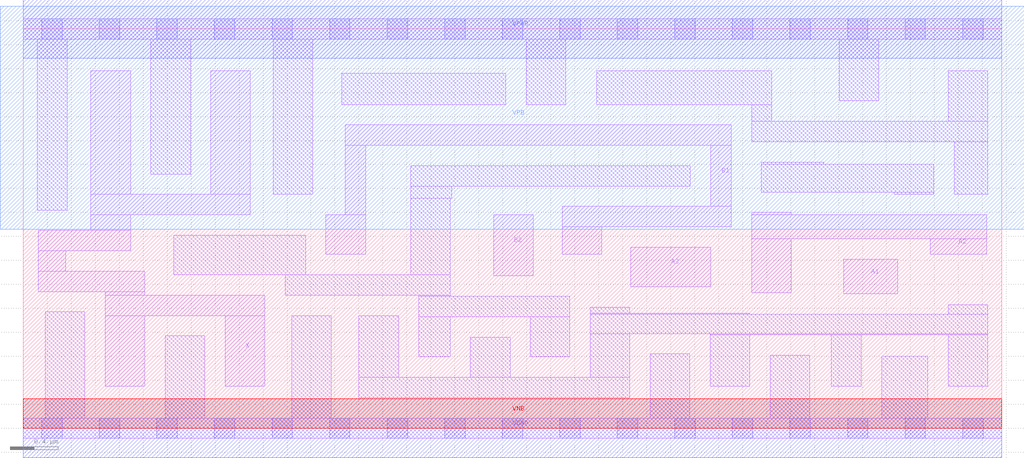
<source format=lef>
# Copyright 2020 The SkyWater PDK Authors
#
# Licensed under the Apache License, Version 2.0 (the "License");
# you may not use this file except in compliance with the License.
# You may obtain a copy of the License at
#
#     https://www.apache.org/licenses/LICENSE-2.0
#
# Unless required by applicable law or agreed to in writing, software
# distributed under the License is distributed on an "AS IS" BASIS,
# WITHOUT WARRANTIES OR CONDITIONS OF ANY KIND, either express or implied.
# See the License for the specific language governing permissions and
# limitations under the License.
#
# SPDX-License-Identifier: Apache-2.0

VERSION 5.7 ;
  NOWIREEXTENSIONATPIN ON ;
  DIVIDERCHAR "/" ;
  BUSBITCHARS "[]" ;
MACRO sky130_fd_sc_ls__o32a_4
  CLASS CORE ;
  FOREIGN sky130_fd_sc_ls__o32a_4 ;
  ORIGIN  0.000000  0.000000 ;
  SIZE  8.160000 BY  3.330000 ;
  SYMMETRY X Y ;
  SITE unit ;
  PIN A1
    ANTENNAGATEAREA  0.492000 ;
    DIRECTION INPUT ;
    USE SIGNAL ;
    PORT
      LAYER li1 ;
        RECT 6.845000 1.120000 7.295000 1.410000 ;
    END
  END A1
  PIN A2
    ANTENNAGATEAREA  0.492000 ;
    DIRECTION INPUT ;
    USE SIGNAL ;
    PORT
      LAYER li1 ;
        RECT 6.075000 1.130000 6.405000 1.580000 ;
        RECT 6.075000 1.580000 8.035000 1.780000 ;
        RECT 6.075000 1.780000 6.405000 1.800000 ;
        RECT 7.565000 1.450000 8.035000 1.580000 ;
    END
  END A2
  PIN A3
    ANTENNAGATEAREA  0.492000 ;
    DIRECTION INPUT ;
    USE SIGNAL ;
    PORT
      LAYER li1 ;
        RECT 5.065000 1.180000 5.735000 1.510000 ;
    END
  END A3
  PIN B1
    ANTENNAGATEAREA  0.492000 ;
    DIRECTION INPUT ;
    USE SIGNAL ;
    PORT
      LAYER li1 ;
        RECT 2.525000 1.450000 2.855000 1.780000 ;
        RECT 2.685000 1.780000 2.855000 2.360000 ;
        RECT 2.685000 2.360000 5.905000 2.530000 ;
        RECT 4.495000 1.450000 4.825000 1.680000 ;
        RECT 4.495000 1.680000 5.905000 1.850000 ;
        RECT 5.735000 1.850000 5.905000 2.360000 ;
    END
  END B1
  PIN B2
    ANTENNAGATEAREA  0.492000 ;
    DIRECTION INPUT ;
    USE SIGNAL ;
    PORT
      LAYER li1 ;
        RECT 3.925000 1.270000 4.255000 1.780000 ;
    END
  END B2
  PIN VNB
    PORT
      LAYER pwell ;
        RECT 0.000000 0.000000 8.160000 0.245000 ;
    END
  END VNB
  PIN VPB
    PORT
      LAYER nwell ;
        RECT -0.190000 1.660000 8.350000 3.520000 ;
    END
  END VPB
  PIN X
    ANTENNADIFFAREA  1.313300 ;
    DIRECTION OUTPUT ;
    USE SIGNAL ;
    PORT
      LAYER li1 ;
        RECT 0.125000 1.140000 1.015000 1.310000 ;
        RECT 0.125000 1.310000 0.355000 1.480000 ;
        RECT 0.125000 1.480000 0.895000 1.650000 ;
        RECT 0.565000 1.650000 0.895000 1.780000 ;
        RECT 0.565000 1.780000 1.895000 1.950000 ;
        RECT 0.565000 1.950000 0.895000 2.980000 ;
        RECT 0.685000 0.350000 1.015000 0.940000 ;
        RECT 0.685000 0.940000 2.015000 1.110000 ;
        RECT 0.685000 1.110000 1.015000 1.140000 ;
        RECT 1.565000 1.950000 1.895000 2.980000 ;
        RECT 1.685000 0.350000 2.015000 0.940000 ;
    END
  END X
  PIN VGND
    DIRECTION INOUT ;
    SHAPE ABUTMENT ;
    USE GROUND ;
    PORT
      LAYER met1 ;
        RECT 0.000000 -0.245000 8.160000 0.245000 ;
    END
  END VGND
  PIN VPWR
    DIRECTION INOUT ;
    SHAPE ABUTMENT ;
    USE POWER ;
    PORT
      LAYER met1 ;
        RECT 0.000000 3.085000 8.160000 3.575000 ;
    END
  END VPWR
  OBS
    LAYER li1 ;
      RECT 0.000000 -0.085000 8.160000 0.085000 ;
      RECT 0.000000  3.245000 8.160000 3.415000 ;
      RECT 0.115000  1.820000 0.365000 3.245000 ;
      RECT 0.185000  0.085000 0.515000 0.970000 ;
      RECT 1.065000  2.120000 1.395000 3.245000 ;
      RECT 1.185000  0.085000 1.515000 0.770000 ;
      RECT 1.255000  1.280000 2.355000 1.610000 ;
      RECT 2.085000  1.950000 2.415000 3.245000 ;
      RECT 2.185000  1.110000 3.560000 1.280000 ;
      RECT 2.240000  0.085000 2.570000 0.940000 ;
      RECT 2.655000  2.700000 4.025000 2.960000 ;
      RECT 2.800000  0.255000 5.060000 0.425000 ;
      RECT 2.800000  0.425000 3.130000 0.940000 ;
      RECT 3.230000  1.280000 3.560000 1.920000 ;
      RECT 3.230000  1.920000 3.575000 2.020000 ;
      RECT 3.230000  2.020000 5.565000 2.190000 ;
      RECT 3.300000  0.595000 3.560000 0.930000 ;
      RECT 3.300000  0.930000 4.560000 1.100000 ;
      RECT 3.300000  1.100000 3.560000 1.110000 ;
      RECT 3.730000  0.425000 4.060000 0.760000 ;
      RECT 4.195000  2.700000 4.525000 3.245000 ;
      RECT 4.230000  0.595000 4.560000 0.930000 ;
      RECT 4.730000  0.425000 5.060000 0.790000 ;
      RECT 4.730000  0.790000 8.045000 0.950000 ;
      RECT 4.730000  0.950000 6.060000 0.960000 ;
      RECT 4.730000  0.960000 5.060000 1.010000 ;
      RECT 4.785000  2.700000 6.245000 2.980000 ;
      RECT 5.230000  0.085000 5.560000 0.620000 ;
      RECT 5.730000  0.350000 6.060000 0.780000 ;
      RECT 5.730000  0.780000 8.045000 0.790000 ;
      RECT 6.075000  2.390000 8.045000 2.560000 ;
      RECT 6.075000  2.560000 6.245000 2.700000 ;
      RECT 6.155000  1.970000 7.595000 2.200000 ;
      RECT 6.155000  2.200000 6.675000 2.220000 ;
      RECT 6.230000  0.085000 6.560000 0.610000 ;
      RECT 6.740000  0.350000 6.990000 0.780000 ;
      RECT 6.805000  2.730000 7.135000 3.245000 ;
      RECT 7.160000  0.085000 7.545000 0.600000 ;
      RECT 7.265000  1.950000 7.595000 1.970000 ;
      RECT 7.715000  0.350000 8.045000 0.780000 ;
      RECT 7.715000  0.950000 8.045000 1.030000 ;
      RECT 7.715000  2.560000 8.045000 2.980000 ;
      RECT 7.765000  1.950000 8.045000 2.390000 ;
    LAYER mcon ;
      RECT 0.155000 -0.085000 0.325000 0.085000 ;
      RECT 0.155000  3.245000 0.325000 3.415000 ;
      RECT 0.635000 -0.085000 0.805000 0.085000 ;
      RECT 0.635000  3.245000 0.805000 3.415000 ;
      RECT 1.115000 -0.085000 1.285000 0.085000 ;
      RECT 1.115000  3.245000 1.285000 3.415000 ;
      RECT 1.595000 -0.085000 1.765000 0.085000 ;
      RECT 1.595000  3.245000 1.765000 3.415000 ;
      RECT 2.075000 -0.085000 2.245000 0.085000 ;
      RECT 2.075000  3.245000 2.245000 3.415000 ;
      RECT 2.555000 -0.085000 2.725000 0.085000 ;
      RECT 2.555000  3.245000 2.725000 3.415000 ;
      RECT 3.035000 -0.085000 3.205000 0.085000 ;
      RECT 3.035000  3.245000 3.205000 3.415000 ;
      RECT 3.515000 -0.085000 3.685000 0.085000 ;
      RECT 3.515000  3.245000 3.685000 3.415000 ;
      RECT 3.995000 -0.085000 4.165000 0.085000 ;
      RECT 3.995000  3.245000 4.165000 3.415000 ;
      RECT 4.475000 -0.085000 4.645000 0.085000 ;
      RECT 4.475000  3.245000 4.645000 3.415000 ;
      RECT 4.955000 -0.085000 5.125000 0.085000 ;
      RECT 4.955000  3.245000 5.125000 3.415000 ;
      RECT 5.435000 -0.085000 5.605000 0.085000 ;
      RECT 5.435000  3.245000 5.605000 3.415000 ;
      RECT 5.915000 -0.085000 6.085000 0.085000 ;
      RECT 5.915000  3.245000 6.085000 3.415000 ;
      RECT 6.395000 -0.085000 6.565000 0.085000 ;
      RECT 6.395000  3.245000 6.565000 3.415000 ;
      RECT 6.875000 -0.085000 7.045000 0.085000 ;
      RECT 6.875000  3.245000 7.045000 3.415000 ;
      RECT 7.355000 -0.085000 7.525000 0.085000 ;
      RECT 7.355000  3.245000 7.525000 3.415000 ;
      RECT 7.835000 -0.085000 8.005000 0.085000 ;
      RECT 7.835000  3.245000 8.005000 3.415000 ;
  END
END sky130_fd_sc_ls__o32a_4
END LIBRARY

</source>
